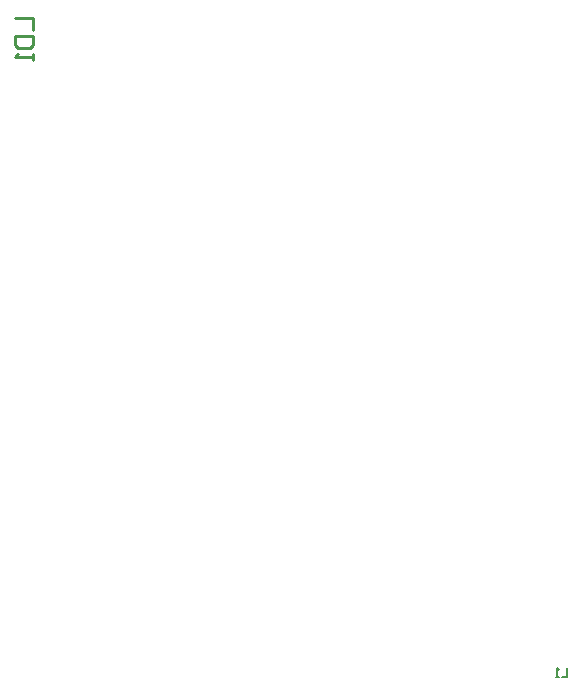
<source format=gbo>
G04*
G04 #@! TF.GenerationSoftware,Altium Limited,Altium Designer,19.0.15 (446)*
G04*
G04 Layer_Color=32896*
%FSLAX25Y25*%
%MOIN*%
G70*
G01*
G75*
%ADD12C,0.01000*%
%ADD15C,0.00500*%
D12*
X-104679Y194843D02*
X-98681D01*
Y190844D01*
X-104679Y188845D02*
X-98681D01*
Y185845D01*
X-99681Y184846D01*
X-103680D01*
X-104679Y185845D01*
Y188845D01*
X-98681Y182846D02*
Y180847D01*
Y181847D01*
X-104679D01*
X-103680Y182846D01*
D15*
X79212Y-22009D02*
Y-24764D01*
X77376D01*
X76458D02*
X75539D01*
X75998D01*
Y-22009D01*
X76458Y-22468D01*
M02*

</source>
